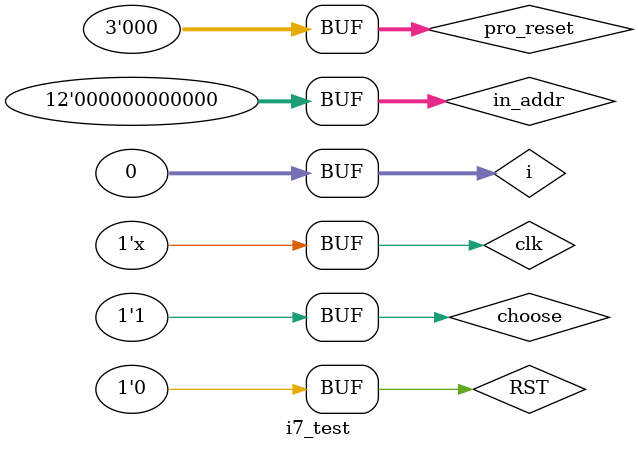
<source format=v>
module i7_test();
	reg clk,RST;
	reg [2:0]pro_reset;
	reg [11:0]in_addr;
    reg choose;
	wire [15:0]leds;
	wire [7:0]SEG;
    wire [7:0]AN;
    integer i = 0;
    initial begin
    	clk = 0;
    	RST = 0;
    	pro_reset = 0;
    	in_addr = 12'b0;
        choose = 1;
        //下为iverilog+gtkwave调试所需的语句
    	$monitor("At time %t, ocnt = %d", $time, clk);
    	$dumpfile("counter_test.vcd");
		$dumpvars(0, i7test);
        //$finish;
    end
    always begin
        #1 clk = ~clk;
    end
	i7_6700k i7test(clk,RST,pro_reset,in_addr,choose,leds,SEG,AN);
endmodule
</source>
